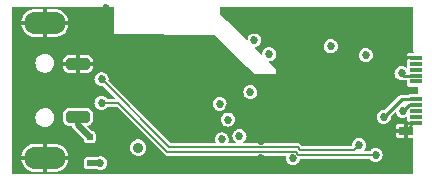
<source format=gbr>
%TF.GenerationSoftware,KiCad,Pcbnew,(6.0.7)*%
%TF.CreationDate,2023-03-08T16:51:48-08:00*%
%TF.ProjectId,ESP_SoC,4553505f-536f-4432-9e6b-696361645f70,rev?*%
%TF.SameCoordinates,Original*%
%TF.FileFunction,Copper,L4,Bot*%
%TF.FilePolarity,Positive*%
%FSLAX46Y46*%
G04 Gerber Fmt 4.6, Leading zero omitted, Abs format (unit mm)*
G04 Created by KiCad (PCBNEW (6.0.7)) date 2023-03-08 16:51:48*
%MOMM*%
%LPD*%
G01*
G04 APERTURE LIST*
G04 Aperture macros list*
%AMRoundRect*
0 Rectangle with rounded corners*
0 $1 Rounding radius*
0 $2 $3 $4 $5 $6 $7 $8 $9 X,Y pos of 4 corners*
0 Add a 4 corners polygon primitive as box body*
4,1,4,$2,$3,$4,$5,$6,$7,$8,$9,$2,$3,0*
0 Add four circle primitives for the rounded corners*
1,1,$1+$1,$2,$3*
1,1,$1+$1,$4,$5*
1,1,$1+$1,$6,$7*
1,1,$1+$1,$8,$9*
0 Add four rect primitives between the rounded corners*
20,1,$1+$1,$2,$3,$4,$5,0*
20,1,$1+$1,$4,$5,$6,$7,0*
20,1,$1+$1,$6,$7,$8,$9,0*
20,1,$1+$1,$8,$9,$2,$3,0*%
G04 Aperture macros list end*
%TA.AperFunction,ComponentPad*%
%ADD10O,3.500000X1.900000*%
%TD*%
%TA.AperFunction,SMDPad,CuDef*%
%ADD11R,1.000000X0.380000*%
%TD*%
%TA.AperFunction,SMDPad,CuDef*%
%ADD12R,1.150000X0.700000*%
%TD*%
%TA.AperFunction,SMDPad,CuDef*%
%ADD13R,0.500000X0.500000*%
%TD*%
%TA.AperFunction,SMDPad,CuDef*%
%ADD14RoundRect,0.250000X-0.750000X0.250000X-0.750000X-0.250000X0.750000X-0.250000X0.750000X0.250000X0*%
%TD*%
%TA.AperFunction,ViaPad*%
%ADD15C,0.685800*%
%TD*%
%TA.AperFunction,ViaPad*%
%ADD16C,0.889000*%
%TD*%
%TA.AperFunction,Conductor*%
%ADD17C,0.154200*%
%TD*%
%TA.AperFunction,Conductor*%
%ADD18C,0.508000*%
%TD*%
%TA.AperFunction,Conductor*%
%ADD19C,0.152400*%
%TD*%
%TA.AperFunction,Conductor*%
%ADD20C,0.254000*%
%TD*%
G04 APERTURE END LIST*
D10*
%TO.P,J1,5,Shield*%
%TO.N,GND*%
X101600000Y-104450000D03*
X101600000Y-93050000D03*
%TD*%
D11*
%TO.P,P1,B1,GND*%
%TO.N,GND*%
X133010000Y-101500000D03*
%TO.P,P1,B2,TX2+*%
%TO.N,unconnected-(P1-PadB2)*%
X133010000Y-101000000D03*
%TO.P,P1,B3,TX2-*%
%TO.N,unconnected-(P1-PadB3)*%
X133010000Y-100500000D03*
%TO.P,P1,B4,VBUS*%
%TO.N,Net-(P1-PadA4)*%
X133010000Y-100000000D03*
%TO.P,P1,B5,VCONN*%
%TO.N,Net-(P1-PadB5)*%
X133010000Y-99500000D03*
%TO.P,P1,B8,SBU2*%
%TO.N,unconnected-(P1-PadB8)*%
X133010000Y-98000000D03*
%TO.P,P1,B9,VBUS*%
%TO.N,Net-(P1-PadA4)*%
X133010000Y-97500000D03*
%TO.P,P1,B10,RX1-*%
%TO.N,unconnected-(P1-PadB10)*%
X133010000Y-97000000D03*
%TO.P,P1,B11,RX1+*%
%TO.N,unconnected-(P1-PadB11)*%
X133010000Y-96500000D03*
%TO.P,P1,B12,GND*%
%TO.N,GND*%
X133010000Y-96000000D03*
D12*
%TO.P,P1,S1,SHIELD*%
X132170000Y-102170000D03*
%TD*%
D13*
%TO.P,D3,1,K*%
%TO.N,+5V*%
X105400000Y-104900000D03*
%TO.P,D3,2,A*%
%TO.N,+BATT*%
X105400000Y-102700000D03*
%TD*%
D14*
%TO.P,J2,1,Pin_1*%
%TO.N,+BATT*%
X104400000Y-101000000D03*
%TD*%
%TO.P,J3,1,Pin_1*%
%TO.N,GND*%
X104400000Y-96500000D03*
%TD*%
D15*
%TO.N,+3V3*%
X125800000Y-95000000D03*
X118079000Y-102621000D03*
X116400000Y-99900000D03*
X119337156Y-94518432D03*
X122600000Y-104500000D03*
X116580000Y-102900000D03*
X119000000Y-98900000D03*
X120600000Y-95700000D03*
X117100000Y-101226500D03*
%TO.N,GND*%
X117700000Y-92800000D03*
X106800000Y-92700000D03*
X117178019Y-100133500D03*
X104700000Y-104500000D03*
D16*
X122750000Y-98500000D03*
D15*
X130400000Y-94500000D03*
X127400000Y-94500000D03*
X106800000Y-91800000D03*
X112800000Y-94500000D03*
D16*
X124000000Y-99750000D03*
D15*
X106800000Y-93600000D03*
X107800000Y-94500000D03*
D16*
X122750000Y-101000000D03*
D15*
X107700000Y-101100000D03*
X117400000Y-96100000D03*
X130400000Y-92300000D03*
X127400000Y-92300000D03*
X113000000Y-97800000D03*
X115300000Y-99900000D03*
D16*
X124000000Y-98500000D03*
D15*
X113800000Y-94500000D03*
X117000000Y-92100000D03*
X109800000Y-94500000D03*
X119875000Y-104499500D03*
X114800000Y-94500000D03*
D16*
X124000000Y-101000000D03*
D15*
X118800000Y-97400000D03*
X108800000Y-94500000D03*
D16*
X125250000Y-98500000D03*
D15*
X106800000Y-94500000D03*
D16*
X122750000Y-99750000D03*
X125250000Y-101000000D03*
D15*
X111800000Y-94500000D03*
X129750000Y-98750000D03*
X118400000Y-93500000D03*
D16*
X125250000Y-99750000D03*
D15*
X108800000Y-97800000D03*
X113000000Y-101100000D03*
X116700000Y-95400000D03*
X110800000Y-94500000D03*
X119875000Y-103000000D03*
X130700000Y-103800000D03*
%TO.N,+5V*%
X106300000Y-104900000D03*
%TO.N,USB_D-*%
X106400000Y-99800000D03*
X129600000Y-104200000D03*
%TO.N,USB_D+*%
X128200000Y-103400000D03*
X106400000Y-97800000D03*
%TO.N,Net-(P1-PadB5)*%
X130300000Y-101000000D03*
%TO.N,Net-(P1-PadA4)*%
X128775000Y-95775000D03*
X131800000Y-97300000D03*
D16*
X109500000Y-103600000D03*
D15*
X131900000Y-100500000D03*
%TD*%
D17*
%TO.N,GND*%
X133010000Y-101500000D02*
X132840000Y-101500000D01*
X132840000Y-101500000D02*
X132170000Y-102170000D01*
D18*
%TO.N,+5V*%
X105400000Y-104900000D02*
X106300000Y-104900000D01*
D19*
%TO.N,USB_D-*%
X123072303Y-104200000D02*
X129600000Y-104200000D01*
X122826203Y-103953900D02*
X123072303Y-104200000D01*
X106400000Y-99800000D02*
X107825263Y-99800000D01*
X107825263Y-99800000D02*
X111979163Y-103953900D01*
X111979163Y-103953900D02*
X122826203Y-103953900D01*
%TO.N,USB_D+*%
X106400000Y-97800000D02*
X112147519Y-103547519D01*
X123240613Y-103793600D02*
X127806400Y-103793600D01*
X112147519Y-103547519D02*
X122994532Y-103547519D01*
X122994532Y-103547519D02*
X123240613Y-103793600D01*
X127806400Y-103793600D02*
X128200000Y-103400000D01*
D20*
%TO.N,Net-(P1-PadB5)*%
X130300000Y-101000000D02*
X131800000Y-99500000D01*
X131800000Y-99500000D02*
X133010000Y-99500000D01*
D18*
%TO.N,+BATT*%
X104400000Y-101000000D02*
X104400000Y-101700000D01*
X104400000Y-101700000D02*
X105400000Y-102700000D01*
D20*
%TO.N,Net-(P1-PadA4)*%
X133010000Y-100000000D02*
X132400000Y-100000000D01*
X131800000Y-97300000D02*
X132000000Y-97500000D01*
X132400000Y-100000000D02*
X131900000Y-100500000D01*
X132000000Y-97500000D02*
X133010000Y-97500000D01*
%TD*%
%TA.AperFunction,Conductor*%
%TO.N,GND*%
G36*
X107425459Y-91655333D02*
G01*
X107430292Y-91667017D01*
X107427956Y-93940306D01*
X107427896Y-93998552D01*
X107431154Y-93998572D01*
X107431155Y-93998572D01*
X115943296Y-94049960D01*
X115954777Y-94054707D01*
X118693566Y-96753219D01*
X119350000Y-97400000D01*
X121200000Y-97400000D01*
X121200000Y-96949990D01*
X120559860Y-96323187D01*
X120554905Y-96311572D01*
X120559615Y-96299854D01*
X120571230Y-96294899D01*
X120573558Y-96295039D01*
X120598929Y-96298379D01*
X120600000Y-96298520D01*
X120601071Y-96298379D01*
X120753840Y-96278267D01*
X120753843Y-96278266D01*
X120754908Y-96278126D01*
X120809755Y-96255408D01*
X120898256Y-96218750D01*
X120898257Y-96218750D01*
X120899260Y-96218334D01*
X120900120Y-96217674D01*
X120900122Y-96217673D01*
X121022363Y-96123874D01*
X121023218Y-96123218D01*
X121060123Y-96075122D01*
X121117673Y-96000122D01*
X121117674Y-96000120D01*
X121118334Y-95999260D01*
X121137063Y-95954045D01*
X121177713Y-95855905D01*
X121178126Y-95854908D01*
X121180995Y-95833121D01*
X121188646Y-95775000D01*
X128176480Y-95775000D01*
X128176621Y-95776071D01*
X128195784Y-95921625D01*
X128196874Y-95929908D01*
X128256666Y-96074260D01*
X128257326Y-96075120D01*
X128257327Y-96075122D01*
X128300011Y-96130749D01*
X128351782Y-96198218D01*
X128358176Y-96203124D01*
X128474878Y-96292673D01*
X128474880Y-96292674D01*
X128475740Y-96293334D01*
X128620092Y-96353126D01*
X128621157Y-96353266D01*
X128621160Y-96353267D01*
X128773929Y-96373379D01*
X128775000Y-96373520D01*
X128776071Y-96373379D01*
X128928840Y-96353267D01*
X128928843Y-96353266D01*
X128929908Y-96353126D01*
X129074260Y-96293334D01*
X129075120Y-96292674D01*
X129075122Y-96292673D01*
X129191824Y-96203124D01*
X129198218Y-96198218D01*
X129249989Y-96130749D01*
X129292673Y-96075122D01*
X129292674Y-96075120D01*
X129293334Y-96074260D01*
X129353126Y-95929908D01*
X129354217Y-95921625D01*
X129373379Y-95776071D01*
X129373520Y-95775000D01*
X129370229Y-95750000D01*
X129353267Y-95621160D01*
X129353266Y-95621157D01*
X129353126Y-95620092D01*
X129293334Y-95475740D01*
X129273200Y-95449500D01*
X129198874Y-95352637D01*
X129198218Y-95351782D01*
X129129770Y-95299260D01*
X129075122Y-95257327D01*
X129075120Y-95257326D01*
X129074260Y-95256666D01*
X128929908Y-95196874D01*
X128928843Y-95196734D01*
X128928840Y-95196733D01*
X128776071Y-95176621D01*
X128775000Y-95176480D01*
X128773929Y-95176621D01*
X128621160Y-95196733D01*
X128621157Y-95196734D01*
X128620092Y-95196874D01*
X128475740Y-95256666D01*
X128474880Y-95257326D01*
X128474878Y-95257327D01*
X128420230Y-95299260D01*
X128351782Y-95351782D01*
X128351126Y-95352637D01*
X128276801Y-95449500D01*
X128256666Y-95475740D01*
X128196874Y-95620092D01*
X128196734Y-95621157D01*
X128196733Y-95621160D01*
X128179771Y-95750000D01*
X128176480Y-95775000D01*
X121188646Y-95775000D01*
X121198379Y-95701071D01*
X121198520Y-95700000D01*
X121194163Y-95666907D01*
X121178267Y-95546160D01*
X121178266Y-95546157D01*
X121178126Y-95545092D01*
X121138531Y-95449500D01*
X121118750Y-95401744D01*
X121118750Y-95401743D01*
X121118334Y-95400740D01*
X121100057Y-95376920D01*
X121023874Y-95277637D01*
X121023218Y-95276782D01*
X120918896Y-95196733D01*
X120900122Y-95182327D01*
X120900120Y-95182326D01*
X120899260Y-95181666D01*
X120832082Y-95153840D01*
X120755905Y-95122287D01*
X120754908Y-95121874D01*
X120753843Y-95121734D01*
X120753840Y-95121733D01*
X120601071Y-95101621D01*
X120600000Y-95101480D01*
X120598929Y-95101621D01*
X120446160Y-95121733D01*
X120446157Y-95121734D01*
X120445092Y-95121874D01*
X120444095Y-95122287D01*
X120367919Y-95153840D01*
X120300740Y-95181666D01*
X120299880Y-95182326D01*
X120299878Y-95182327D01*
X120281104Y-95196733D01*
X120176782Y-95276782D01*
X120176126Y-95277637D01*
X120099944Y-95376920D01*
X120081666Y-95400740D01*
X120081250Y-95401743D01*
X120081250Y-95401744D01*
X120061469Y-95449500D01*
X120021874Y-95545092D01*
X120021734Y-95546157D01*
X120021733Y-95546160D01*
X120005837Y-95666907D01*
X120001480Y-95700000D01*
X120001621Y-95701071D01*
X120006796Y-95740379D01*
X120003527Y-95752578D01*
X119992591Y-95758892D01*
X119980392Y-95755623D01*
X119978893Y-95754322D01*
X119513123Y-95298256D01*
X119353278Y-95141741D01*
X119348323Y-95130126D01*
X119353033Y-95118408D01*
X119362667Y-95113593D01*
X119416496Y-95106507D01*
X119490996Y-95096699D01*
X119490999Y-95096698D01*
X119492064Y-95096558D01*
X119636416Y-95036766D01*
X119637276Y-95036106D01*
X119637278Y-95036105D01*
X119684331Y-95000000D01*
X125201480Y-95000000D01*
X125201621Y-95001071D01*
X125220141Y-95141741D01*
X125221874Y-95154908D01*
X125222287Y-95155905D01*
X125272710Y-95277637D01*
X125281666Y-95299260D01*
X125376782Y-95423218D01*
X125377637Y-95423874D01*
X125499878Y-95517673D01*
X125499880Y-95517674D01*
X125500740Y-95518334D01*
X125501743Y-95518750D01*
X125501744Y-95518750D01*
X125578780Y-95550659D01*
X125645092Y-95578126D01*
X125646157Y-95578266D01*
X125646160Y-95578267D01*
X125798929Y-95598379D01*
X125800000Y-95598520D01*
X125801071Y-95598379D01*
X125953840Y-95578267D01*
X125953843Y-95578266D01*
X125954908Y-95578126D01*
X126021220Y-95550659D01*
X126098256Y-95518750D01*
X126098257Y-95518750D01*
X126099260Y-95518334D01*
X126100120Y-95517674D01*
X126100122Y-95517673D01*
X126222363Y-95423874D01*
X126223218Y-95423218D01*
X126318334Y-95299260D01*
X126327291Y-95277637D01*
X126377713Y-95155905D01*
X126378126Y-95154908D01*
X126379860Y-95141741D01*
X126398379Y-95001071D01*
X126398520Y-95000000D01*
X126398361Y-94998794D01*
X126378267Y-94846160D01*
X126378266Y-94846157D01*
X126378126Y-94845092D01*
X126318334Y-94700740D01*
X126298075Y-94674337D01*
X126223874Y-94577637D01*
X126223218Y-94576782D01*
X126179299Y-94543082D01*
X126100122Y-94482327D01*
X126100120Y-94482326D01*
X126099260Y-94481666D01*
X125954908Y-94421874D01*
X125953843Y-94421734D01*
X125953840Y-94421733D01*
X125801071Y-94401621D01*
X125800000Y-94401480D01*
X125798929Y-94401621D01*
X125646160Y-94421733D01*
X125646157Y-94421734D01*
X125645092Y-94421874D01*
X125500740Y-94481666D01*
X125499880Y-94482326D01*
X125499878Y-94482327D01*
X125420701Y-94543082D01*
X125376782Y-94576782D01*
X125376126Y-94577637D01*
X125301926Y-94674337D01*
X125281666Y-94700740D01*
X125221874Y-94845092D01*
X125221734Y-94846157D01*
X125221733Y-94846160D01*
X125201639Y-94998794D01*
X125201480Y-95000000D01*
X119684331Y-95000000D01*
X119759519Y-94942306D01*
X119760374Y-94941650D01*
X119833646Y-94846160D01*
X119854829Y-94818554D01*
X119854830Y-94818552D01*
X119855490Y-94817692D01*
X119915282Y-94673340D01*
X119928081Y-94576126D01*
X119935535Y-94519503D01*
X119935676Y-94518432D01*
X119930781Y-94481250D01*
X119915423Y-94364592D01*
X119915422Y-94364589D01*
X119915282Y-94363524D01*
X119867861Y-94249038D01*
X119855906Y-94220176D01*
X119855906Y-94220175D01*
X119855490Y-94219172D01*
X119760374Y-94095214D01*
X119701398Y-94049960D01*
X119637278Y-94000759D01*
X119637276Y-94000758D01*
X119636416Y-94000098D01*
X119624763Y-93995271D01*
X119505929Y-93946049D01*
X119492064Y-93940306D01*
X119490999Y-93940166D01*
X119490996Y-93940165D01*
X119338227Y-93920053D01*
X119337156Y-93919912D01*
X119336085Y-93920053D01*
X119183316Y-93940165D01*
X119183313Y-93940166D01*
X119182248Y-93940306D01*
X119168383Y-93946049D01*
X119049550Y-93995271D01*
X119037896Y-94000098D01*
X119037036Y-94000758D01*
X119037034Y-94000759D01*
X118972914Y-94049960D01*
X118913938Y-94095214D01*
X118818822Y-94219172D01*
X118818406Y-94220175D01*
X118818406Y-94220176D01*
X118806451Y-94249038D01*
X118759030Y-94363524D01*
X118758890Y-94364589D01*
X118758889Y-94364592D01*
X118740442Y-94504716D01*
X118734128Y-94515652D01*
X118721929Y-94518921D01*
X118712539Y-94514351D01*
X117037537Y-92874245D01*
X116404956Y-92254843D01*
X116400000Y-92243054D01*
X116400000Y-91667000D01*
X116404833Y-91655333D01*
X116416500Y-91650500D01*
X132783000Y-91650500D01*
X132794667Y-91655333D01*
X132799500Y-91667000D01*
X132799500Y-95373701D01*
X132799183Y-95376919D01*
X132794592Y-95400000D01*
X132794909Y-95401594D01*
X132797744Y-95415847D01*
X132797957Y-95417218D01*
X132809907Y-95523273D01*
X132815078Y-95538050D01*
X132814370Y-95550659D01*
X132804954Y-95559074D01*
X132799504Y-95560000D01*
X132486191Y-95560000D01*
X132484577Y-95560159D01*
X132414050Y-95574188D01*
X132411102Y-95575409D01*
X132331110Y-95628858D01*
X132328858Y-95631110D01*
X132275409Y-95711102D01*
X132274188Y-95714050D01*
X132260159Y-95784577D01*
X132260000Y-95786191D01*
X132260000Y-95821717D01*
X132260962Y-95824038D01*
X132263283Y-95825000D01*
X132989642Y-95825000D01*
X133001309Y-95829833D01*
X133004597Y-95833121D01*
X133005385Y-95833616D01*
X133108854Y-95898630D01*
X133108856Y-95898631D01*
X133109636Y-95899121D01*
X133173951Y-95921626D01*
X133183366Y-95930040D01*
X133185000Y-95937199D01*
X133185000Y-96043000D01*
X133180167Y-96054667D01*
X133168500Y-96059500D01*
X132485326Y-96059500D01*
X132412260Y-96074034D01*
X132329399Y-96129399D01*
X132328497Y-96130749D01*
X132303830Y-96167667D01*
X132293330Y-96174683D01*
X132290111Y-96175000D01*
X132263283Y-96175000D01*
X132260962Y-96175962D01*
X132260000Y-96178283D01*
X132260000Y-96213809D01*
X132260159Y-96215423D01*
X132266142Y-96245499D01*
X132266142Y-96251935D01*
X132259500Y-96285326D01*
X132259500Y-96714674D01*
X132259659Y-96715473D01*
X132265887Y-96746781D01*
X132265887Y-96753217D01*
X132259500Y-96785326D01*
X132259500Y-96875458D01*
X132254667Y-96887125D01*
X132243000Y-96891958D01*
X132231333Y-96887125D01*
X132229910Y-96885503D01*
X132223874Y-96877637D01*
X132223218Y-96876782D01*
X132128257Y-96803916D01*
X132100122Y-96782327D01*
X132100120Y-96782326D01*
X132099260Y-96781666D01*
X131954908Y-96721874D01*
X131953843Y-96721734D01*
X131953840Y-96721733D01*
X131801071Y-96701621D01*
X131800000Y-96701480D01*
X131798929Y-96701621D01*
X131646160Y-96721733D01*
X131646157Y-96721734D01*
X131645092Y-96721874D01*
X131500740Y-96781666D01*
X131499880Y-96782326D01*
X131499878Y-96782327D01*
X131471743Y-96803916D01*
X131376782Y-96876782D01*
X131376126Y-96877637D01*
X131288774Y-96991477D01*
X131281666Y-97000740D01*
X131221874Y-97145092D01*
X131221734Y-97146157D01*
X131221733Y-97146160D01*
X131207997Y-97250500D01*
X131201480Y-97300000D01*
X131201621Y-97301071D01*
X131214519Y-97399038D01*
X131221874Y-97454908D01*
X131281666Y-97599260D01*
X131282326Y-97600120D01*
X131282327Y-97600122D01*
X131364331Y-97706991D01*
X131376782Y-97723218D01*
X131377637Y-97723874D01*
X131499878Y-97817673D01*
X131499880Y-97817674D01*
X131500740Y-97818334D01*
X131645092Y-97878126D01*
X131646157Y-97878266D01*
X131646160Y-97878267D01*
X131798929Y-97898379D01*
X131800000Y-97898520D01*
X131801071Y-97898379D01*
X131946157Y-97879279D01*
X131950375Y-97879268D01*
X131950732Y-97879313D01*
X131952033Y-97879702D01*
X131953390Y-97879649D01*
X131953393Y-97879649D01*
X132007746Y-97877513D01*
X132008394Y-97877500D01*
X132243000Y-97877500D01*
X132254667Y-97882333D01*
X132259500Y-97894000D01*
X132259500Y-98214674D01*
X132274034Y-98287740D01*
X132329399Y-98370601D01*
X132412260Y-98425966D01*
X132485326Y-98440500D01*
X133183500Y-98440500D01*
X133195167Y-98445333D01*
X133200000Y-98457000D01*
X133200000Y-99043000D01*
X133195167Y-99054667D01*
X133183500Y-99059500D01*
X132485326Y-99059500D01*
X132412260Y-99074034D01*
X132410907Y-99074938D01*
X132343886Y-99119719D01*
X132334719Y-99122500D01*
X131842054Y-99122500D01*
X131838581Y-99122130D01*
X131827383Y-99119719D01*
X131818029Y-99117705D01*
X131816676Y-99117865D01*
X131816673Y-99117865D01*
X131778481Y-99122386D01*
X131776542Y-99122500D01*
X131768638Y-99122500D01*
X131767966Y-99122612D01*
X131767964Y-99122612D01*
X131759154Y-99124078D01*
X131747162Y-99126074D01*
X131746413Y-99126181D01*
X131693225Y-99132477D01*
X131687134Y-99135402D01*
X131682703Y-99136803D01*
X131678842Y-99137446D01*
X131677375Y-99137690D01*
X131677374Y-99137690D01*
X131676030Y-99137914D01*
X131674831Y-99138561D01*
X131628888Y-99163351D01*
X131628194Y-99163704D01*
X131579934Y-99186878D01*
X131575684Y-99190450D01*
X131573899Y-99192235D01*
X131570067Y-99195089D01*
X131566630Y-99196943D01*
X131566628Y-99196944D01*
X131565428Y-99197592D01*
X131564500Y-99198596D01*
X131527578Y-99238538D01*
X131527129Y-99239005D01*
X130362886Y-100403248D01*
X130351219Y-100408081D01*
X130349067Y-100407940D01*
X130300000Y-100401480D01*
X130298929Y-100401621D01*
X130146160Y-100421733D01*
X130146157Y-100421734D01*
X130145092Y-100421874D01*
X130000740Y-100481666D01*
X129999880Y-100482326D01*
X129999878Y-100482327D01*
X129905384Y-100554835D01*
X129876782Y-100576782D01*
X129876126Y-100577637D01*
X129785239Y-100696084D01*
X129781666Y-100700740D01*
X129781250Y-100701743D01*
X129781250Y-100701744D01*
X129779070Y-100707007D01*
X129721874Y-100845092D01*
X129721734Y-100846157D01*
X129721733Y-100846160D01*
X129709002Y-100942867D01*
X129701480Y-101000000D01*
X129721874Y-101154908D01*
X129722287Y-101155905D01*
X129780886Y-101297376D01*
X129781666Y-101299260D01*
X129782326Y-101300120D01*
X129782327Y-101300122D01*
X129827926Y-101359548D01*
X129876782Y-101423218D01*
X129877637Y-101423874D01*
X129999878Y-101517673D01*
X129999880Y-101517674D01*
X130000740Y-101518334D01*
X130001743Y-101518750D01*
X130001744Y-101518750D01*
X130075982Y-101549500D01*
X130145092Y-101578126D01*
X130146157Y-101578266D01*
X130146160Y-101578267D01*
X130298929Y-101598379D01*
X130300000Y-101598520D01*
X130301071Y-101598379D01*
X130453840Y-101578267D01*
X130453843Y-101578266D01*
X130454908Y-101578126D01*
X130524018Y-101549500D01*
X130598256Y-101518750D01*
X130598257Y-101518750D01*
X130599260Y-101518334D01*
X130600120Y-101517674D01*
X130600122Y-101517673D01*
X130722363Y-101423874D01*
X130723218Y-101423218D01*
X130772074Y-101359548D01*
X130817673Y-101300122D01*
X130817674Y-101300120D01*
X130818334Y-101299260D01*
X130819115Y-101297376D01*
X130877713Y-101155905D01*
X130878126Y-101154908D01*
X130898520Y-101000000D01*
X130892060Y-100950934D01*
X130895329Y-100938736D01*
X130896752Y-100937113D01*
X131281589Y-100552277D01*
X131293256Y-100547444D01*
X131304923Y-100552277D01*
X131309615Y-100561790D01*
X131321014Y-100648374D01*
X131321874Y-100654908D01*
X131322287Y-100655905D01*
X131343128Y-100706219D01*
X131381666Y-100799260D01*
X131382326Y-100800120D01*
X131382327Y-100800122D01*
X131432249Y-100865181D01*
X131476782Y-100923218D01*
X131477637Y-100923874D01*
X131599878Y-101017673D01*
X131599880Y-101017674D01*
X131600740Y-101018334D01*
X131601743Y-101018750D01*
X131601744Y-101018750D01*
X131665828Y-101045294D01*
X131745092Y-101078126D01*
X131746157Y-101078266D01*
X131746160Y-101078267D01*
X131898929Y-101098379D01*
X131900000Y-101098520D01*
X131901071Y-101098379D01*
X132053840Y-101078267D01*
X132053843Y-101078266D01*
X132054908Y-101078126D01*
X132134172Y-101045294D01*
X132198256Y-101018750D01*
X132198257Y-101018750D01*
X132199260Y-101018334D01*
X132200120Y-101017674D01*
X132200122Y-101017673D01*
X132232955Y-100992479D01*
X132245154Y-100989210D01*
X132256090Y-100995524D01*
X132259500Y-101005569D01*
X132259500Y-101214674D01*
X132265452Y-101244592D01*
X132266142Y-101248063D01*
X132266142Y-101254501D01*
X132260159Y-101284577D01*
X132260000Y-101286191D01*
X132260000Y-101321717D01*
X132260962Y-101324038D01*
X132263283Y-101325000D01*
X132290111Y-101325000D01*
X132301778Y-101329833D01*
X132303828Y-101332330D01*
X132329399Y-101370601D01*
X132412260Y-101425966D01*
X132485326Y-101440500D01*
X133168500Y-101440500D01*
X133180167Y-101445333D01*
X133185000Y-101457000D01*
X133185000Y-101562801D01*
X133180167Y-101574468D01*
X133173952Y-101578374D01*
X133109636Y-101600879D01*
X133108856Y-101601369D01*
X133108854Y-101601370D01*
X133073996Y-101623273D01*
X133004597Y-101666879D01*
X133001309Y-101670167D01*
X132989642Y-101675000D01*
X132348283Y-101675000D01*
X132345962Y-101675962D01*
X132345000Y-101678283D01*
X132345000Y-102766717D01*
X132345962Y-102769038D01*
X132348283Y-102770000D01*
X132768809Y-102770000D01*
X132770425Y-102769841D01*
X132779782Y-102767980D01*
X132792167Y-102770444D01*
X132799183Y-102780945D01*
X132799500Y-102784163D01*
X132799500Y-105833000D01*
X132794667Y-105844667D01*
X132783000Y-105849500D01*
X98817000Y-105849500D01*
X98805333Y-105844667D01*
X98800500Y-105833000D01*
X98800500Y-104627320D01*
X99612796Y-104627320D01*
X99635795Y-104761170D01*
X99636185Y-104762622D01*
X99711994Y-104968115D01*
X99712646Y-104969480D01*
X99824628Y-105157706D01*
X99825525Y-105158940D01*
X99969933Y-105323605D01*
X99971032Y-105324648D01*
X100143041Y-105460249D01*
X100144302Y-105461068D01*
X100338146Y-105563054D01*
X100339532Y-105563628D01*
X100548720Y-105628583D01*
X100550182Y-105628894D01*
X100728021Y-105649943D01*
X100728998Y-105650000D01*
X101421717Y-105650000D01*
X101424038Y-105649038D01*
X101425000Y-105646717D01*
X101775000Y-105646717D01*
X101775962Y-105649038D01*
X101778283Y-105650000D01*
X102455569Y-105650000D01*
X102456327Y-105649965D01*
X102618871Y-105635030D01*
X102620343Y-105634757D01*
X102831165Y-105575299D01*
X102832558Y-105574764D01*
X103029007Y-105477886D01*
X103030288Y-105477101D01*
X103205788Y-105346049D01*
X103206914Y-105345034D01*
X103355588Y-105184200D01*
X103356505Y-105183006D01*
X103473387Y-104997759D01*
X103474069Y-104996419D01*
X103484939Y-104969173D01*
X104895028Y-104969173D01*
X104895350Y-104970299D01*
X104895350Y-104970300D01*
X104898865Y-104982598D01*
X104899500Y-104987132D01*
X104899500Y-105174674D01*
X104914034Y-105247740D01*
X104969399Y-105330601D01*
X105052260Y-105385966D01*
X105125326Y-105400500D01*
X105333727Y-105400500D01*
X105336266Y-105400696D01*
X105360072Y-105404403D01*
X105360076Y-105404403D01*
X105360697Y-105404500D01*
X105977110Y-105404500D01*
X105987154Y-105407910D01*
X105999874Y-105417671D01*
X105999882Y-105417676D01*
X106000740Y-105418334D01*
X106145092Y-105478126D01*
X106146157Y-105478266D01*
X106146160Y-105478267D01*
X106298929Y-105498379D01*
X106300000Y-105498520D01*
X106301071Y-105498379D01*
X106453840Y-105478267D01*
X106453843Y-105478266D01*
X106454908Y-105478126D01*
X106599260Y-105418334D01*
X106600120Y-105417674D01*
X106600122Y-105417673D01*
X106722363Y-105323874D01*
X106723218Y-105323218D01*
X106818334Y-105199260D01*
X106860062Y-105098520D01*
X106877713Y-105055905D01*
X106878126Y-105054908D01*
X106882887Y-105018750D01*
X106898379Y-104901071D01*
X106898520Y-104900000D01*
X106887326Y-104814973D01*
X106878267Y-104746160D01*
X106878266Y-104746157D01*
X106878126Y-104745092D01*
X106828781Y-104625962D01*
X106818750Y-104601744D01*
X106818750Y-104601743D01*
X106818334Y-104600740D01*
X106772530Y-104541046D01*
X106723874Y-104477637D01*
X106723218Y-104476782D01*
X106622502Y-104399500D01*
X106600122Y-104382327D01*
X106600120Y-104382326D01*
X106599260Y-104381666D01*
X106532082Y-104353840D01*
X106455905Y-104322287D01*
X106454908Y-104321874D01*
X106453843Y-104321734D01*
X106453840Y-104321733D01*
X106301071Y-104301621D01*
X106300000Y-104301480D01*
X106298929Y-104301621D01*
X106146160Y-104321733D01*
X106146157Y-104321734D01*
X106145092Y-104321874D01*
X106144095Y-104322287D01*
X106067919Y-104353840D01*
X106000740Y-104381666D01*
X105999882Y-104382324D01*
X105999874Y-104382329D01*
X105987154Y-104392090D01*
X105977110Y-104395500D01*
X105363774Y-104395500D01*
X105337572Y-104399252D01*
X105337010Y-104399333D01*
X105334671Y-104399500D01*
X105125326Y-104399500D01*
X105052260Y-104414034D01*
X104969399Y-104469399D01*
X104914034Y-104552260D01*
X104899500Y-104625326D01*
X104899500Y-104810245D01*
X104898808Y-104814973D01*
X104895910Y-104824663D01*
X104895028Y-104969173D01*
X103484939Y-104969173D01*
X103555230Y-104792987D01*
X103555661Y-104791533D01*
X103588147Y-104628219D01*
X103587656Y-104625755D01*
X103586527Y-104625000D01*
X101778283Y-104625000D01*
X101775962Y-104625962D01*
X101775000Y-104628283D01*
X101775000Y-105646717D01*
X101425000Y-105646717D01*
X101425000Y-104628283D01*
X101424038Y-104625962D01*
X101421717Y-104625000D01*
X99615680Y-104625000D01*
X99613359Y-104625962D01*
X99612796Y-104627320D01*
X98800500Y-104627320D01*
X98800500Y-104271781D01*
X99611853Y-104271781D01*
X99612344Y-104274245D01*
X99613473Y-104275000D01*
X101421717Y-104275000D01*
X101424038Y-104274038D01*
X101425000Y-104271717D01*
X101775000Y-104271717D01*
X101775962Y-104274038D01*
X101778283Y-104275000D01*
X103584320Y-104275000D01*
X103586641Y-104274038D01*
X103587204Y-104272680D01*
X103564205Y-104138830D01*
X103563815Y-104137378D01*
X103488006Y-103931885D01*
X103487354Y-103930520D01*
X103375372Y-103742294D01*
X103374475Y-103741060D01*
X103244339Y-103592669D01*
X108799933Y-103592669D01*
X108800042Y-103593657D01*
X108800042Y-103593659D01*
X108800906Y-103601480D01*
X108818393Y-103759870D01*
X108876202Y-103917841D01*
X108970024Y-104057463D01*
X108970758Y-104058131D01*
X108970759Y-104058132D01*
X109032233Y-104114069D01*
X109094442Y-104170675D01*
X109242274Y-104250941D01*
X109243230Y-104251192D01*
X109243233Y-104251193D01*
X109404026Y-104293377D01*
X109404031Y-104293378D01*
X109404985Y-104293628D01*
X109405972Y-104293644D01*
X109405976Y-104293644D01*
X109495574Y-104295051D01*
X109573181Y-104296270D01*
X109670249Y-104274038D01*
X109736188Y-104258936D01*
X109736190Y-104258935D01*
X109737152Y-104258715D01*
X109738032Y-104258273D01*
X109738036Y-104258271D01*
X109886547Y-104183577D01*
X109886546Y-104183577D01*
X109887432Y-104183132D01*
X110015345Y-104073884D01*
X110113507Y-103937278D01*
X110176250Y-103781201D01*
X110179286Y-103759870D01*
X110199875Y-103615197D01*
X110199875Y-103615195D01*
X110199951Y-103614662D01*
X110200105Y-103600000D01*
X110179896Y-103433002D01*
X110120436Y-103275644D01*
X110098444Y-103243645D01*
X110025722Y-103137833D01*
X110025719Y-103137829D01*
X110025157Y-103137012D01*
X110019925Y-103132350D01*
X109900303Y-103025772D01*
X109900304Y-103025772D01*
X109899559Y-103025109D01*
X109890854Y-103020500D01*
X109751776Y-102946862D01*
X109751773Y-102946861D01*
X109750895Y-102946396D01*
X109749932Y-102946154D01*
X109749929Y-102946153D01*
X109588710Y-102905658D01*
X109588709Y-102905658D01*
X109587746Y-102905416D01*
X109497994Y-102904946D01*
X109420521Y-102904540D01*
X109420520Y-102904540D01*
X109419532Y-102904535D01*
X109418571Y-102904766D01*
X109418569Y-102904766D01*
X109415862Y-102905416D01*
X109255963Y-102943804D01*
X109106483Y-103020957D01*
X109016014Y-103099878D01*
X108982343Y-103129251D01*
X108979721Y-103131538D01*
X108882995Y-103269165D01*
X108882633Y-103270094D01*
X108823057Y-103422899D01*
X108821890Y-103425891D01*
X108799933Y-103592669D01*
X103244339Y-103592669D01*
X103230067Y-103576395D01*
X103228968Y-103575352D01*
X103056959Y-103439751D01*
X103055698Y-103438932D01*
X102861854Y-103336946D01*
X102860468Y-103336372D01*
X102651280Y-103271417D01*
X102649818Y-103271106D01*
X102471979Y-103250057D01*
X102471002Y-103250000D01*
X101778283Y-103250000D01*
X101775962Y-103250962D01*
X101775000Y-103253283D01*
X101775000Y-104271717D01*
X101425000Y-104271717D01*
X101425000Y-103253283D01*
X101424038Y-103250962D01*
X101421717Y-103250000D01*
X100744431Y-103250000D01*
X100743673Y-103250035D01*
X100581129Y-103264970D01*
X100579657Y-103265243D01*
X100368835Y-103324701D01*
X100367442Y-103325236D01*
X100170993Y-103422114D01*
X100169712Y-103422899D01*
X99994212Y-103553951D01*
X99993086Y-103554966D01*
X99844412Y-103715800D01*
X99843495Y-103716994D01*
X99726613Y-103902241D01*
X99725931Y-103903581D01*
X99644770Y-104107013D01*
X99644339Y-104108467D01*
X99611853Y-104271781D01*
X98800500Y-104271781D01*
X98800500Y-101044376D01*
X100794455Y-101044376D01*
X100813227Y-101222983D01*
X100813524Y-101223855D01*
X100867499Y-101382405D01*
X100871103Y-101392993D01*
X100965206Y-101545955D01*
X100965854Y-101546617D01*
X100965855Y-101546618D01*
X100991967Y-101573283D01*
X101090859Y-101674268D01*
X101119643Y-101692818D01*
X101233165Y-101765978D01*
X101241817Y-101771554D01*
X101305072Y-101794577D01*
X101409714Y-101832664D01*
X101409718Y-101832665D01*
X101410578Y-101832978D01*
X101549283Y-101850500D01*
X101645155Y-101850500D01*
X101645606Y-101850449D01*
X101645613Y-101850449D01*
X101732242Y-101840732D01*
X101778472Y-101835546D01*
X101867263Y-101804626D01*
X101947204Y-101776788D01*
X101947207Y-101776787D01*
X101948073Y-101776485D01*
X101989658Y-101750500D01*
X102099596Y-101681803D01*
X102099597Y-101681802D01*
X102100375Y-101681316D01*
X102101029Y-101680667D01*
X102227151Y-101555422D01*
X102227153Y-101555419D01*
X102227807Y-101554770D01*
X102324037Y-101403136D01*
X102373569Y-101264034D01*
X102383972Y-101234819D01*
X102383972Y-101234818D01*
X102384281Y-101233951D01*
X102405545Y-101055624D01*
X102386773Y-100877017D01*
X102360596Y-100800122D01*
X102329195Y-100707881D01*
X102329193Y-100707877D01*
X102328897Y-100707007D01*
X102326480Y-100703079D01*
X103149500Y-100703079D01*
X103149501Y-101001071D01*
X103149501Y-101297376D01*
X103149548Y-101297806D01*
X103149548Y-101297811D01*
X103149799Y-101300122D01*
X103156149Y-101358580D01*
X103206474Y-101492824D01*
X103207181Y-101493768D01*
X103207182Y-101493769D01*
X103252314Y-101553988D01*
X103292454Y-101607546D01*
X103293396Y-101608252D01*
X103383741Y-101675962D01*
X103407176Y-101693526D01*
X103541420Y-101743851D01*
X103602623Y-101750500D01*
X103882115Y-101750500D01*
X103893782Y-101755333D01*
X103898583Y-101765978D01*
X103900902Y-101803359D01*
X103901302Y-101804466D01*
X103901302Y-101804468D01*
X103907311Y-101821114D01*
X103908124Y-101824376D01*
X103910799Y-101843052D01*
X103911286Y-101844124D01*
X103911287Y-101844126D01*
X103932037Y-101889764D01*
X103932537Y-101890990D01*
X103949972Y-101939284D01*
X103950666Y-101940234D01*
X103961105Y-101954523D01*
X103962802Y-101957427D01*
X103970125Y-101973535D01*
X103970127Y-101973538D01*
X103970612Y-101974605D01*
X103971378Y-101975494D01*
X104004116Y-102013488D01*
X104004939Y-102014526D01*
X104015093Y-102028425D01*
X104015099Y-102028432D01*
X104015473Y-102028944D01*
X104029205Y-102042676D01*
X104030038Y-102043572D01*
X104064944Y-102084082D01*
X104079590Y-102093575D01*
X104082283Y-102095754D01*
X104894667Y-102908137D01*
X104899500Y-102919804D01*
X104899500Y-102974674D01*
X104914034Y-103047740D01*
X104969399Y-103130601D01*
X105052260Y-103185966D01*
X105125326Y-103200500D01*
X105326283Y-103200500D01*
X105327505Y-103200545D01*
X105339689Y-103201450D01*
X105433493Y-103208421D01*
X105433495Y-103208421D01*
X105434667Y-103208508D01*
X105435819Y-103208262D01*
X105435821Y-103208262D01*
X105470476Y-103200864D01*
X105473921Y-103200500D01*
X105674674Y-103200500D01*
X105747740Y-103185966D01*
X105830601Y-103130601D01*
X105885966Y-103047740D01*
X105900500Y-102974674D01*
X105900500Y-102776072D01*
X105900907Y-102772430D01*
X105904944Y-102754591D01*
X105908047Y-102740877D01*
X105900532Y-102619755D01*
X105900500Y-102618733D01*
X105900500Y-102425326D01*
X105885966Y-102352260D01*
X105830601Y-102269399D01*
X105747740Y-102214034D01*
X105674674Y-102199500D01*
X105619805Y-102199500D01*
X105608138Y-102194667D01*
X105191595Y-101778124D01*
X105186762Y-101766457D01*
X105191595Y-101754790D01*
X105201479Y-101750053D01*
X105258580Y-101743851D01*
X105392824Y-101693526D01*
X105416260Y-101675962D01*
X105506604Y-101608252D01*
X105507546Y-101607546D01*
X105547686Y-101553988D01*
X105592818Y-101493769D01*
X105592819Y-101493768D01*
X105593526Y-101492824D01*
X105643851Y-101358580D01*
X105650500Y-101297377D01*
X105650500Y-101000000D01*
X105650499Y-100703067D01*
X105650499Y-100702624D01*
X105650404Y-100701744D01*
X105643962Y-100642446D01*
X105643851Y-100641420D01*
X105593526Y-100507176D01*
X105574096Y-100481250D01*
X105508252Y-100393396D01*
X105507546Y-100392454D01*
X105506604Y-100391748D01*
X105393769Y-100307182D01*
X105393768Y-100307181D01*
X105392824Y-100306474D01*
X105258580Y-100256149D01*
X105197377Y-100249500D01*
X105196921Y-100249500D01*
X104388470Y-100249501D01*
X103602624Y-100249501D01*
X103602194Y-100249548D01*
X103602189Y-100249548D01*
X103580691Y-100251883D01*
X103541420Y-100256149D01*
X103407176Y-100306474D01*
X103406232Y-100307181D01*
X103406231Y-100307182D01*
X103293396Y-100391748D01*
X103292454Y-100392454D01*
X103291748Y-100393396D01*
X103225905Y-100481250D01*
X103206474Y-100507176D01*
X103156149Y-100641420D01*
X103149500Y-100702623D01*
X103149500Y-100703079D01*
X102326480Y-100703079D01*
X102234794Y-100554045D01*
X102109141Y-100425732D01*
X101958183Y-100328446D01*
X101839712Y-100285326D01*
X101790286Y-100267336D01*
X101790282Y-100267335D01*
X101789422Y-100267022D01*
X101650717Y-100249500D01*
X101554845Y-100249500D01*
X101554394Y-100249551D01*
X101554387Y-100249551D01*
X101467758Y-100259268D01*
X101421528Y-100264454D01*
X101347789Y-100290132D01*
X101252796Y-100323212D01*
X101252793Y-100323213D01*
X101251927Y-100323515D01*
X101251150Y-100324001D01*
X101251149Y-100324001D01*
X101124328Y-100403248D01*
X101099625Y-100418684D01*
X101098973Y-100419331D01*
X101098971Y-100419333D01*
X100972849Y-100544578D01*
X100972847Y-100544581D01*
X100972193Y-100545230D01*
X100875963Y-100696864D01*
X100815719Y-100866049D01*
X100794455Y-101044376D01*
X98800500Y-101044376D01*
X98800500Y-99800000D01*
X105801480Y-99800000D01*
X105821874Y-99954908D01*
X105881666Y-100099260D01*
X105882326Y-100100120D01*
X105882327Y-100100122D01*
X105906430Y-100131533D01*
X105976782Y-100223218D01*
X105977637Y-100223874D01*
X106099878Y-100317673D01*
X106099880Y-100317674D01*
X106100740Y-100318334D01*
X106101743Y-100318750D01*
X106101744Y-100318750D01*
X106126367Y-100328949D01*
X106245092Y-100378126D01*
X106246157Y-100378266D01*
X106246160Y-100378267D01*
X106398929Y-100398379D01*
X106400000Y-100398520D01*
X106401071Y-100398379D01*
X106553840Y-100378267D01*
X106553843Y-100378266D01*
X106554908Y-100378126D01*
X106673633Y-100328949D01*
X106698256Y-100318750D01*
X106698257Y-100318750D01*
X106699260Y-100318334D01*
X106700120Y-100317674D01*
X106700122Y-100317673D01*
X106822363Y-100223874D01*
X106823218Y-100223218D01*
X106892326Y-100133155D01*
X106903262Y-100126841D01*
X106905416Y-100126700D01*
X107683105Y-100126700D01*
X107694772Y-100131533D01*
X111737553Y-104174314D01*
X111738526Y-104175375D01*
X111765925Y-104208028D01*
X111802728Y-104229277D01*
X111802833Y-104229337D01*
X111804047Y-104230110D01*
X111838964Y-104254559D01*
X111850965Y-104257774D01*
X111854943Y-104259423D01*
X111865701Y-104265634D01*
X111867124Y-104265885D01*
X111872715Y-104266871D01*
X111907680Y-104273036D01*
X111909060Y-104273341D01*
X111950250Y-104284378D01*
X111992710Y-104280663D01*
X111994148Y-104280600D01*
X122023893Y-104280600D01*
X122035560Y-104285433D01*
X122040393Y-104297100D01*
X122039137Y-104303414D01*
X122021874Y-104345092D01*
X122021734Y-104346157D01*
X122021733Y-104346160D01*
X122005627Y-104468497D01*
X122001480Y-104500000D01*
X122001621Y-104501071D01*
X122018369Y-104628283D01*
X122021874Y-104654908D01*
X122081666Y-104799260D01*
X122176782Y-104923218D01*
X122177637Y-104923874D01*
X122299878Y-105017673D01*
X122299880Y-105017674D01*
X122300740Y-105018334D01*
X122445092Y-105078126D01*
X122446157Y-105078266D01*
X122446160Y-105078267D01*
X122598929Y-105098379D01*
X122600000Y-105098520D01*
X122601071Y-105098379D01*
X122753840Y-105078267D01*
X122753843Y-105078266D01*
X122754908Y-105078126D01*
X122899260Y-105018334D01*
X122900120Y-105017674D01*
X122900122Y-105017673D01*
X123022363Y-104923874D01*
X123023218Y-104923218D01*
X123118334Y-104799260D01*
X123178126Y-104654908D01*
X123181632Y-104628283D01*
X123193116Y-104541046D01*
X123199430Y-104530110D01*
X123209475Y-104526700D01*
X129094584Y-104526700D01*
X129106251Y-104531533D01*
X129107674Y-104533155D01*
X129176782Y-104623218D01*
X129183383Y-104628283D01*
X129299878Y-104717673D01*
X129299880Y-104717674D01*
X129300740Y-104718334D01*
X129301743Y-104718750D01*
X129301744Y-104718750D01*
X129404156Y-104761170D01*
X129445092Y-104778126D01*
X129446157Y-104778266D01*
X129446160Y-104778267D01*
X129598929Y-104798379D01*
X129600000Y-104798520D01*
X129601071Y-104798379D01*
X129753840Y-104778267D01*
X129753843Y-104778266D01*
X129754908Y-104778126D01*
X129795844Y-104761170D01*
X129898256Y-104718750D01*
X129898257Y-104718750D01*
X129899260Y-104718334D01*
X129900120Y-104717674D01*
X129900122Y-104717673D01*
X130016617Y-104628283D01*
X130023218Y-104623218D01*
X130097279Y-104526700D01*
X130117673Y-104500122D01*
X130117674Y-104500120D01*
X130118334Y-104499260D01*
X130127291Y-104477637D01*
X130177713Y-104355905D01*
X130178126Y-104354908D01*
X130179419Y-104345092D01*
X130198379Y-104201071D01*
X130198520Y-104200000D01*
X130190276Y-104137378D01*
X130178267Y-104046160D01*
X130178266Y-104046157D01*
X130178126Y-104045092D01*
X130125760Y-103918667D01*
X130118750Y-103901744D01*
X130118750Y-103901743D01*
X130118334Y-103900740D01*
X130097171Y-103873159D01*
X130023874Y-103777637D01*
X130023218Y-103776782D01*
X129945301Y-103716994D01*
X129900122Y-103682327D01*
X129900120Y-103682326D01*
X129899260Y-103681666D01*
X129754908Y-103621874D01*
X129753843Y-103621734D01*
X129753840Y-103621733D01*
X129601071Y-103601621D01*
X129600000Y-103601480D01*
X129598929Y-103601621D01*
X129446160Y-103621733D01*
X129446157Y-103621734D01*
X129445092Y-103621874D01*
X129300740Y-103681666D01*
X129299880Y-103682326D01*
X129299878Y-103682327D01*
X129254699Y-103716994D01*
X129176782Y-103776782D01*
X129176126Y-103777637D01*
X129107674Y-103866845D01*
X129096738Y-103873159D01*
X129094584Y-103873300D01*
X128606557Y-103873300D01*
X128594890Y-103868467D01*
X128590057Y-103856800D01*
X128594890Y-103845133D01*
X128596513Y-103843710D01*
X128622359Y-103823878D01*
X128622363Y-103823874D01*
X128623218Y-103823218D01*
X128656218Y-103780211D01*
X128717673Y-103700122D01*
X128717674Y-103700120D01*
X128718334Y-103699260D01*
X128778126Y-103554908D01*
X128789713Y-103466900D01*
X128798379Y-103401071D01*
X128798520Y-103400000D01*
X128788607Y-103324701D01*
X128778267Y-103246160D01*
X128778266Y-103246157D01*
X128778126Y-103245092D01*
X128718334Y-103100740D01*
X128682347Y-103053840D01*
X128623874Y-102977637D01*
X128623218Y-102976782D01*
X128583618Y-102946396D01*
X128500122Y-102882327D01*
X128500120Y-102882326D01*
X128499260Y-102881666D01*
X128354908Y-102821874D01*
X128353843Y-102821734D01*
X128353840Y-102821733D01*
X128201071Y-102801621D01*
X128200000Y-102801480D01*
X128198929Y-102801621D01*
X128046160Y-102821733D01*
X128046157Y-102821734D01*
X128045092Y-102821874D01*
X127900740Y-102881666D01*
X127899880Y-102882326D01*
X127899878Y-102882327D01*
X127816382Y-102946396D01*
X127776782Y-102976782D01*
X127776126Y-102977637D01*
X127717654Y-103053840D01*
X127681666Y-103100740D01*
X127621874Y-103245092D01*
X127621734Y-103246157D01*
X127621733Y-103246160D01*
X127611393Y-103324701D01*
X127601480Y-103400000D01*
X127601621Y-103401071D01*
X127607832Y-103448246D01*
X127604563Y-103460444D01*
X127593627Y-103466759D01*
X127591473Y-103466900D01*
X123382771Y-103466900D01*
X123371104Y-103462067D01*
X123236142Y-103327105D01*
X123235169Y-103326044D01*
X123208699Y-103294498D01*
X123207770Y-103293391D01*
X123170862Y-103272082D01*
X123169648Y-103271309D01*
X123140589Y-103250962D01*
X123134731Y-103246860D01*
X123122730Y-103243645D01*
X123118751Y-103241996D01*
X123109246Y-103236508D01*
X123109247Y-103236508D01*
X123107994Y-103235785D01*
X123066030Y-103228385D01*
X123064623Y-103228074D01*
X123024838Y-103217414D01*
X123023446Y-103217041D01*
X122981608Y-103220702D01*
X122980986Y-103220756D01*
X122979548Y-103220819D01*
X118264487Y-103220819D01*
X118252820Y-103215986D01*
X118247987Y-103204319D01*
X118252820Y-103192652D01*
X118258173Y-103189075D01*
X118267862Y-103185062D01*
X118378260Y-103139334D01*
X118379120Y-103138674D01*
X118379122Y-103138673D01*
X118501363Y-103044874D01*
X118502218Y-103044218D01*
X118576922Y-102946862D01*
X118596673Y-102921122D01*
X118596674Y-102921120D01*
X118597334Y-102920260D01*
X118602356Y-102908137D01*
X118656713Y-102776905D01*
X118657126Y-102775908D01*
X118657846Y-102770444D01*
X118677379Y-102622071D01*
X118677520Y-102621000D01*
X118667358Y-102543809D01*
X131345000Y-102543809D01*
X131345159Y-102545423D01*
X131359188Y-102615950D01*
X131360409Y-102618898D01*
X131413858Y-102698890D01*
X131416110Y-102701142D01*
X131496102Y-102754591D01*
X131499050Y-102755812D01*
X131569577Y-102769841D01*
X131571191Y-102770000D01*
X131991717Y-102770000D01*
X131994038Y-102769038D01*
X131995000Y-102766717D01*
X131995000Y-102348283D01*
X131994038Y-102345962D01*
X131991717Y-102345000D01*
X131348283Y-102345000D01*
X131345962Y-102345962D01*
X131345000Y-102348283D01*
X131345000Y-102543809D01*
X118667358Y-102543809D01*
X118658646Y-102477637D01*
X118657267Y-102467160D01*
X118657266Y-102467157D01*
X118657126Y-102466092D01*
X118597334Y-102321740D01*
X118581897Y-102301621D01*
X118502874Y-102198637D01*
X118502218Y-102197782D01*
X118485991Y-102185331D01*
X118379122Y-102103327D01*
X118379120Y-102103326D01*
X118378260Y-102102666D01*
X118358599Y-102094522D01*
X118234905Y-102043287D01*
X118233908Y-102042874D01*
X118232843Y-102042734D01*
X118232840Y-102042733D01*
X118080071Y-102022621D01*
X118079000Y-102022480D01*
X118077929Y-102022621D01*
X117925160Y-102042733D01*
X117925157Y-102042734D01*
X117924092Y-102042874D01*
X117923095Y-102043287D01*
X117799402Y-102094522D01*
X117779740Y-102102666D01*
X117778880Y-102103326D01*
X117778878Y-102103327D01*
X117672009Y-102185331D01*
X117655782Y-102197782D01*
X117655126Y-102198637D01*
X117576104Y-102301621D01*
X117560666Y-102321740D01*
X117500874Y-102466092D01*
X117500734Y-102467157D01*
X117500733Y-102467160D01*
X117499354Y-102477637D01*
X117480480Y-102621000D01*
X117480621Y-102622071D01*
X117500155Y-102770444D01*
X117500874Y-102775908D01*
X117501287Y-102776905D01*
X117555645Y-102908137D01*
X117560666Y-102920260D01*
X117561326Y-102921120D01*
X117561327Y-102921122D01*
X117581078Y-102946862D01*
X117655782Y-103044218D01*
X117656637Y-103044874D01*
X117778878Y-103138673D01*
X117778880Y-103138674D01*
X117779740Y-103139334D01*
X117890139Y-103185062D01*
X117899827Y-103189075D01*
X117908757Y-103198005D01*
X117908757Y-103210633D01*
X117899827Y-103219563D01*
X117893513Y-103220819D01*
X117114098Y-103220819D01*
X117102431Y-103215986D01*
X117097598Y-103204319D01*
X117098854Y-103198005D01*
X117157713Y-103055905D01*
X117158126Y-103054908D01*
X117159534Y-103044218D01*
X117178379Y-102901071D01*
X117178520Y-102900000D01*
X117162846Y-102780945D01*
X117158267Y-102746160D01*
X117158266Y-102746157D01*
X117158126Y-102745092D01*
X117146046Y-102715928D01*
X117098750Y-102601744D01*
X117098750Y-102601743D01*
X117098334Y-102600740D01*
X117054650Y-102543809D01*
X117003874Y-102477637D01*
X117003218Y-102476782D01*
X116935118Y-102424527D01*
X116880122Y-102382327D01*
X116880120Y-102382326D01*
X116879260Y-102381666D01*
X116734908Y-102321874D01*
X116733843Y-102321734D01*
X116733840Y-102321733D01*
X116581071Y-102301621D01*
X116580000Y-102301480D01*
X116578929Y-102301621D01*
X116426160Y-102321733D01*
X116426157Y-102321734D01*
X116425092Y-102321874D01*
X116280740Y-102381666D01*
X116279880Y-102382326D01*
X116279878Y-102382327D01*
X116224882Y-102424527D01*
X116156782Y-102476782D01*
X116156126Y-102477637D01*
X116105351Y-102543809D01*
X116061666Y-102600740D01*
X116061250Y-102601743D01*
X116061250Y-102601744D01*
X116013954Y-102715928D01*
X116001874Y-102745092D01*
X116001734Y-102746157D01*
X116001733Y-102746160D01*
X115997154Y-102780945D01*
X115981480Y-102900000D01*
X115981621Y-102901071D01*
X116000467Y-103044218D01*
X116001874Y-103054908D01*
X116002287Y-103055905D01*
X116061146Y-103198005D01*
X116061146Y-103210633D01*
X116052216Y-103219563D01*
X116045902Y-103220819D01*
X112289676Y-103220819D01*
X112278009Y-103215986D01*
X111053741Y-101991717D01*
X131345000Y-101991717D01*
X131345962Y-101994038D01*
X131348283Y-101995000D01*
X131991717Y-101995000D01*
X131994038Y-101994038D01*
X131995000Y-101991717D01*
X131995000Y-101573283D01*
X131994038Y-101570962D01*
X131991717Y-101570000D01*
X131571191Y-101570000D01*
X131569577Y-101570159D01*
X131499050Y-101584188D01*
X131496102Y-101585409D01*
X131416110Y-101638858D01*
X131413858Y-101641110D01*
X131360409Y-101721102D01*
X131359188Y-101724050D01*
X131345159Y-101794577D01*
X131345000Y-101796191D01*
X131345000Y-101991717D01*
X111053741Y-101991717D01*
X110288524Y-101226500D01*
X116501480Y-101226500D01*
X116501621Y-101227571D01*
X116520274Y-101369251D01*
X116521874Y-101381408D01*
X116522287Y-101382405D01*
X116568024Y-101492824D01*
X116581666Y-101525760D01*
X116582326Y-101526620D01*
X116582327Y-101526622D01*
X116644422Y-101607546D01*
X116676782Y-101649718D01*
X116677637Y-101650374D01*
X116799878Y-101744173D01*
X116799880Y-101744174D01*
X116800740Y-101744834D01*
X116801743Y-101745250D01*
X116801744Y-101745250D01*
X116852943Y-101766457D01*
X116945092Y-101804626D01*
X116946157Y-101804766D01*
X116946160Y-101804767D01*
X117098929Y-101824879D01*
X117100000Y-101825020D01*
X117101071Y-101824879D01*
X117253840Y-101804767D01*
X117253843Y-101804766D01*
X117254908Y-101804626D01*
X117347057Y-101766457D01*
X117398256Y-101745250D01*
X117398257Y-101745250D01*
X117399260Y-101744834D01*
X117400120Y-101744174D01*
X117400122Y-101744173D01*
X117522363Y-101650374D01*
X117523218Y-101649718D01*
X117555578Y-101607546D01*
X117617673Y-101526622D01*
X117617674Y-101526620D01*
X117618334Y-101525760D01*
X117631977Y-101492824D01*
X117677713Y-101382405D01*
X117678126Y-101381408D01*
X117679727Y-101369251D01*
X117698379Y-101227571D01*
X117698520Y-101226500D01*
X117679005Y-101078267D01*
X117678267Y-101072660D01*
X117678266Y-101072657D01*
X117678126Y-101071592D01*
X117623096Y-100938736D01*
X117618750Y-100928244D01*
X117618750Y-100928243D01*
X117618334Y-100927240D01*
X117615752Y-100923874D01*
X117523874Y-100804137D01*
X117523218Y-100803282D01*
X117499817Y-100785326D01*
X117400122Y-100708827D01*
X117400120Y-100708826D01*
X117399260Y-100708166D01*
X117394560Y-100706219D01*
X117255905Y-100648787D01*
X117254908Y-100648374D01*
X117253843Y-100648234D01*
X117253840Y-100648233D01*
X117101071Y-100628121D01*
X117100000Y-100627980D01*
X117098929Y-100628121D01*
X116946160Y-100648233D01*
X116946157Y-100648234D01*
X116945092Y-100648374D01*
X116944095Y-100648787D01*
X116805441Y-100706219D01*
X116800740Y-100708166D01*
X116799880Y-100708826D01*
X116799878Y-100708827D01*
X116700183Y-100785326D01*
X116676782Y-100803282D01*
X116676126Y-100804137D01*
X116584249Y-100923874D01*
X116581666Y-100927240D01*
X116581250Y-100928243D01*
X116581250Y-100928244D01*
X116576904Y-100938736D01*
X116521874Y-101071592D01*
X116521734Y-101072657D01*
X116521733Y-101072660D01*
X116520995Y-101078267D01*
X116501480Y-101226500D01*
X110288524Y-101226500D01*
X108962024Y-99900000D01*
X115801480Y-99900000D01*
X115821874Y-100054908D01*
X115881666Y-100199260D01*
X115882326Y-100200120D01*
X115882327Y-100200122D01*
X115963616Y-100306060D01*
X115976782Y-100323218D01*
X115983182Y-100328129D01*
X116099878Y-100417673D01*
X116099880Y-100417674D01*
X116100740Y-100418334D01*
X116101743Y-100418750D01*
X116101744Y-100418750D01*
X116120196Y-100426393D01*
X116245092Y-100478126D01*
X116246157Y-100478266D01*
X116246160Y-100478267D01*
X116398929Y-100498379D01*
X116400000Y-100498520D01*
X116401071Y-100498379D01*
X116553840Y-100478267D01*
X116553843Y-100478266D01*
X116554908Y-100478126D01*
X116679804Y-100426393D01*
X116698256Y-100418750D01*
X116698257Y-100418750D01*
X116699260Y-100418334D01*
X116700120Y-100417674D01*
X116700122Y-100417673D01*
X116816818Y-100328129D01*
X116823218Y-100323218D01*
X116836384Y-100306060D01*
X116917673Y-100200122D01*
X116917674Y-100200120D01*
X116918334Y-100199260D01*
X116978126Y-100054908D01*
X116998520Y-99900000D01*
X116983423Y-99785326D01*
X116978267Y-99746160D01*
X116978266Y-99746157D01*
X116978126Y-99745092D01*
X116918334Y-99600740D01*
X116823218Y-99476782D01*
X116747047Y-99418334D01*
X116700122Y-99382327D01*
X116700120Y-99382326D01*
X116699260Y-99381666D01*
X116554908Y-99321874D01*
X116553843Y-99321734D01*
X116553840Y-99321733D01*
X116401071Y-99301621D01*
X116400000Y-99301480D01*
X116398929Y-99301621D01*
X116246160Y-99321733D01*
X116246157Y-99321734D01*
X116245092Y-99321874D01*
X116100740Y-99381666D01*
X116099880Y-99382326D01*
X116099878Y-99382327D01*
X116052953Y-99418334D01*
X115976782Y-99476782D01*
X115881666Y-99600740D01*
X115821874Y-99745092D01*
X115821734Y-99746157D01*
X115821733Y-99746160D01*
X115816577Y-99785326D01*
X115801480Y-99900000D01*
X108962024Y-99900000D01*
X107962024Y-98900000D01*
X118401480Y-98900000D01*
X118421874Y-99054908D01*
X118422287Y-99055905D01*
X118478125Y-99190710D01*
X118481666Y-99199260D01*
X118482326Y-99200120D01*
X118482327Y-99200122D01*
X118560102Y-99301480D01*
X118576782Y-99323218D01*
X118577637Y-99323874D01*
X118699878Y-99417673D01*
X118699880Y-99417674D01*
X118700740Y-99418334D01*
X118845092Y-99478126D01*
X118846157Y-99478266D01*
X118846160Y-99478267D01*
X118998929Y-99498379D01*
X119000000Y-99498520D01*
X119001071Y-99498379D01*
X119153840Y-99478267D01*
X119153843Y-99478266D01*
X119154908Y-99478126D01*
X119299260Y-99418334D01*
X119300120Y-99417674D01*
X119300122Y-99417673D01*
X119422363Y-99323874D01*
X119423218Y-99323218D01*
X119439898Y-99301480D01*
X119517673Y-99200122D01*
X119517674Y-99200120D01*
X119518334Y-99199260D01*
X119521876Y-99190710D01*
X119577713Y-99055905D01*
X119578126Y-99054908D01*
X119598520Y-98900000D01*
X119578126Y-98745092D01*
X119518334Y-98600740D01*
X119423218Y-98476782D01*
X119321041Y-98398379D01*
X119300122Y-98382327D01*
X119300120Y-98382326D01*
X119299260Y-98381666D01*
X119272547Y-98370601D01*
X119155905Y-98322287D01*
X119154908Y-98321874D01*
X119153843Y-98321734D01*
X119153840Y-98321733D01*
X119001071Y-98301621D01*
X119000000Y-98301480D01*
X118998929Y-98301621D01*
X118846160Y-98321733D01*
X118846157Y-98321734D01*
X118845092Y-98321874D01*
X118844095Y-98322287D01*
X118727454Y-98370601D01*
X118700740Y-98381666D01*
X118699880Y-98382326D01*
X118699878Y-98382327D01*
X118678959Y-98398379D01*
X118576782Y-98476782D01*
X118481666Y-98600740D01*
X118421874Y-98745092D01*
X118401480Y-98900000D01*
X107962024Y-98900000D01*
X106988395Y-97926371D01*
X106983562Y-97914704D01*
X106983703Y-97912550D01*
X106998379Y-97801071D01*
X106998520Y-97800000D01*
X106996588Y-97785326D01*
X106978267Y-97646160D01*
X106978266Y-97646157D01*
X106978126Y-97645092D01*
X106918334Y-97500740D01*
X106882347Y-97453840D01*
X106823874Y-97377637D01*
X106823218Y-97376782D01*
X106806991Y-97364331D01*
X106700122Y-97282327D01*
X106700120Y-97282326D01*
X106699260Y-97281666D01*
X106623864Y-97250436D01*
X106555905Y-97222287D01*
X106554908Y-97221874D01*
X106553843Y-97221734D01*
X106553840Y-97221733D01*
X106401071Y-97201621D01*
X106400000Y-97201480D01*
X106398929Y-97201621D01*
X106246160Y-97221733D01*
X106246157Y-97221734D01*
X106245092Y-97221874D01*
X106244095Y-97222287D01*
X106176137Y-97250436D01*
X106100740Y-97281666D01*
X106099880Y-97282326D01*
X106099878Y-97282327D01*
X105993009Y-97364331D01*
X105976782Y-97376782D01*
X105976126Y-97377637D01*
X105917654Y-97453840D01*
X105881666Y-97500740D01*
X105821874Y-97645092D01*
X105821734Y-97646157D01*
X105821733Y-97646160D01*
X105803412Y-97785326D01*
X105801480Y-97800000D01*
X105801621Y-97801071D01*
X105817360Y-97920617D01*
X105821874Y-97954908D01*
X105881666Y-98099260D01*
X105976782Y-98223218D01*
X105977637Y-98223874D01*
X106099878Y-98317673D01*
X106099880Y-98317674D01*
X106100740Y-98318334D01*
X106245092Y-98378126D01*
X106246157Y-98378266D01*
X106246160Y-98378267D01*
X106398929Y-98398379D01*
X106400000Y-98398520D01*
X106512550Y-98383703D01*
X106524749Y-98386972D01*
X106526371Y-98388395D01*
X107583109Y-99445133D01*
X107587942Y-99456800D01*
X107583109Y-99468467D01*
X107571442Y-99473300D01*
X106905416Y-99473300D01*
X106893749Y-99468467D01*
X106892326Y-99466845D01*
X106823874Y-99377637D01*
X106823218Y-99376782D01*
X106752298Y-99322363D01*
X106700122Y-99282327D01*
X106700120Y-99282326D01*
X106699260Y-99281666D01*
X106554908Y-99221874D01*
X106553843Y-99221734D01*
X106553840Y-99221733D01*
X106401071Y-99201621D01*
X106400000Y-99201480D01*
X106398929Y-99201621D01*
X106246160Y-99221733D01*
X106246157Y-99221734D01*
X106245092Y-99221874D01*
X106100740Y-99281666D01*
X106099880Y-99282326D01*
X106099878Y-99282327D01*
X106047702Y-99322363D01*
X105976782Y-99376782D01*
X105976126Y-99377637D01*
X105883478Y-99498379D01*
X105881666Y-99500740D01*
X105821874Y-99645092D01*
X105821734Y-99646157D01*
X105821733Y-99646160D01*
X105803412Y-99785326D01*
X105801480Y-99800000D01*
X98800500Y-99800000D01*
X98800500Y-96444376D01*
X100794455Y-96444376D01*
X100813227Y-96622983D01*
X100813524Y-96623855D01*
X100844164Y-96713859D01*
X100871103Y-96792993D01*
X100965206Y-96945955D01*
X100965854Y-96946617D01*
X100965855Y-96946618D01*
X100969157Y-96949990D01*
X101090859Y-97074268D01*
X101241817Y-97171554D01*
X101299022Y-97192375D01*
X101409714Y-97232664D01*
X101409718Y-97232665D01*
X101410578Y-97232978D01*
X101549283Y-97250500D01*
X101645155Y-97250500D01*
X101645606Y-97250449D01*
X101645613Y-97250449D01*
X101732242Y-97240732D01*
X101778472Y-97235546D01*
X101902443Y-97192375D01*
X101947204Y-97176788D01*
X101947207Y-97176787D01*
X101948073Y-97176485D01*
X101996603Y-97146160D01*
X102099596Y-97081803D01*
X102099597Y-97081802D01*
X102100375Y-97081316D01*
X102106968Y-97074769D01*
X102227151Y-96955422D01*
X102227153Y-96955419D01*
X102227807Y-96954770D01*
X102324037Y-96803136D01*
X102326266Y-96796876D01*
X103150000Y-96796876D01*
X103150050Y-96797790D01*
X103156530Y-96857440D01*
X103157006Y-96859442D01*
X103206503Y-96991477D01*
X103207625Y-96993526D01*
X103292105Y-97106247D01*
X103293753Y-97107895D01*
X103406474Y-97192375D01*
X103408523Y-97193497D01*
X103540558Y-97242994D01*
X103542560Y-97243470D01*
X103602210Y-97249950D01*
X103603124Y-97250000D01*
X104221717Y-97250000D01*
X104224038Y-97249038D01*
X104225000Y-97246717D01*
X104575000Y-97246717D01*
X104575962Y-97249038D01*
X104578283Y-97250000D01*
X105196876Y-97250000D01*
X105197790Y-97249950D01*
X105257440Y-97243470D01*
X105259442Y-97242994D01*
X105391477Y-97193497D01*
X105393526Y-97192375D01*
X105506247Y-97107895D01*
X105507895Y-97106247D01*
X105592375Y-96993526D01*
X105593497Y-96991477D01*
X105642994Y-96859442D01*
X105643470Y-96857440D01*
X105649950Y-96797790D01*
X105650000Y-96796876D01*
X105650000Y-96678283D01*
X105649038Y-96675962D01*
X105646717Y-96675000D01*
X104578283Y-96675000D01*
X104575962Y-96675962D01*
X104575000Y-96678283D01*
X104575000Y-97246717D01*
X104225000Y-97246717D01*
X104225000Y-96678283D01*
X104224038Y-96675962D01*
X104221717Y-96675000D01*
X103153283Y-96675000D01*
X103150962Y-96675962D01*
X103150000Y-96678283D01*
X103150000Y-96796876D01*
X102326266Y-96796876D01*
X102384281Y-96633951D01*
X102405545Y-96455624D01*
X102391471Y-96321717D01*
X103150000Y-96321717D01*
X103150962Y-96324038D01*
X103153283Y-96325000D01*
X104221717Y-96325000D01*
X104224038Y-96324038D01*
X104225000Y-96321717D01*
X104575000Y-96321717D01*
X104575962Y-96324038D01*
X104578283Y-96325000D01*
X105646717Y-96325000D01*
X105649038Y-96324038D01*
X105650000Y-96321717D01*
X105650000Y-96203124D01*
X105649950Y-96202210D01*
X105643470Y-96142560D01*
X105642994Y-96140558D01*
X105593497Y-96008523D01*
X105592375Y-96006474D01*
X105507895Y-95893753D01*
X105506247Y-95892105D01*
X105393526Y-95807625D01*
X105391477Y-95806503D01*
X105259442Y-95757006D01*
X105257440Y-95756530D01*
X105197790Y-95750050D01*
X105196876Y-95750000D01*
X104578283Y-95750000D01*
X104575962Y-95750962D01*
X104575000Y-95753283D01*
X104575000Y-96321717D01*
X104225000Y-96321717D01*
X104225000Y-95753283D01*
X104224038Y-95750962D01*
X104221717Y-95750000D01*
X103603124Y-95750000D01*
X103602210Y-95750050D01*
X103542560Y-95756530D01*
X103540558Y-95757006D01*
X103408523Y-95806503D01*
X103406474Y-95807625D01*
X103293753Y-95892105D01*
X103292105Y-95893753D01*
X103207625Y-96006474D01*
X103206503Y-96008523D01*
X103157006Y-96140558D01*
X103156530Y-96142560D01*
X103150050Y-96202210D01*
X103150000Y-96203124D01*
X103150000Y-96321717D01*
X102391471Y-96321717D01*
X102386773Y-96277017D01*
X102359657Y-96197363D01*
X102329195Y-96107881D01*
X102329193Y-96107877D01*
X102328897Y-96107007D01*
X102234794Y-95954045D01*
X102231323Y-95950500D01*
X102136666Y-95853840D01*
X102109141Y-95825732D01*
X102005426Y-95758892D01*
X101958964Y-95728949D01*
X101958962Y-95728948D01*
X101958183Y-95728446D01*
X101877086Y-95698929D01*
X101790286Y-95667336D01*
X101790282Y-95667335D01*
X101789422Y-95667022D01*
X101650717Y-95649500D01*
X101554845Y-95649500D01*
X101554394Y-95649551D01*
X101554387Y-95649551D01*
X101467758Y-95659268D01*
X101421528Y-95664454D01*
X101347789Y-95690132D01*
X101252796Y-95723212D01*
X101252793Y-95723213D01*
X101251927Y-95723515D01*
X101251150Y-95724001D01*
X101251149Y-95724001D01*
X101119119Y-95806503D01*
X101099625Y-95818684D01*
X101098973Y-95819331D01*
X101098971Y-95819333D01*
X100972849Y-95944578D01*
X100972847Y-95944581D01*
X100972193Y-95945230D01*
X100875963Y-96096864D01*
X100875654Y-96097732D01*
X100823037Y-96245499D01*
X100815719Y-96266049D01*
X100794455Y-96444376D01*
X98800500Y-96444376D01*
X98800500Y-93227320D01*
X99612796Y-93227320D01*
X99635795Y-93361170D01*
X99636185Y-93362622D01*
X99711994Y-93568115D01*
X99712646Y-93569480D01*
X99824628Y-93757706D01*
X99825525Y-93758940D01*
X99969933Y-93923605D01*
X99971032Y-93924648D01*
X100143041Y-94060249D01*
X100144302Y-94061068D01*
X100338146Y-94163054D01*
X100339532Y-94163628D01*
X100548720Y-94228583D01*
X100550182Y-94228894D01*
X100728021Y-94249943D01*
X100728998Y-94250000D01*
X101421717Y-94250000D01*
X101424038Y-94249038D01*
X101425000Y-94246717D01*
X101775000Y-94246717D01*
X101775962Y-94249038D01*
X101778283Y-94250000D01*
X102455569Y-94250000D01*
X102456327Y-94249965D01*
X102618871Y-94235030D01*
X102620343Y-94234757D01*
X102831165Y-94175299D01*
X102832558Y-94174764D01*
X103029007Y-94077886D01*
X103030288Y-94077101D01*
X103205788Y-93946049D01*
X103206914Y-93945034D01*
X103355588Y-93784200D01*
X103356505Y-93783006D01*
X103473387Y-93597759D01*
X103474069Y-93596419D01*
X103555230Y-93392987D01*
X103555661Y-93391533D01*
X103588147Y-93228219D01*
X103587656Y-93225755D01*
X103586527Y-93225000D01*
X101778283Y-93225000D01*
X101775962Y-93225962D01*
X101775000Y-93228283D01*
X101775000Y-94246717D01*
X101425000Y-94246717D01*
X101425000Y-93228283D01*
X101424038Y-93225962D01*
X101421717Y-93225000D01*
X99615680Y-93225000D01*
X99613359Y-93225962D01*
X99612796Y-93227320D01*
X98800500Y-93227320D01*
X98800500Y-92871781D01*
X99611853Y-92871781D01*
X99612344Y-92874245D01*
X99613473Y-92875000D01*
X101421717Y-92875000D01*
X101424038Y-92874038D01*
X101425000Y-92871717D01*
X101775000Y-92871717D01*
X101775962Y-92874038D01*
X101778283Y-92875000D01*
X103584320Y-92875000D01*
X103586641Y-92874038D01*
X103587204Y-92872680D01*
X103564205Y-92738830D01*
X103563815Y-92737378D01*
X103488006Y-92531885D01*
X103487354Y-92530520D01*
X103375372Y-92342294D01*
X103374475Y-92341060D01*
X103230067Y-92176395D01*
X103228968Y-92175352D01*
X103056959Y-92039751D01*
X103055698Y-92038932D01*
X102861854Y-91936946D01*
X102860468Y-91936372D01*
X102651280Y-91871417D01*
X102649818Y-91871106D01*
X102471979Y-91850057D01*
X102471002Y-91850000D01*
X101778283Y-91850000D01*
X101775962Y-91850962D01*
X101775000Y-91853283D01*
X101775000Y-92871717D01*
X101425000Y-92871717D01*
X101425000Y-91853283D01*
X101424038Y-91850962D01*
X101421717Y-91850000D01*
X100744431Y-91850000D01*
X100743673Y-91850035D01*
X100581129Y-91864970D01*
X100579657Y-91865243D01*
X100368835Y-91924701D01*
X100367442Y-91925236D01*
X100170993Y-92022114D01*
X100169712Y-92022899D01*
X99994212Y-92153951D01*
X99993086Y-92154966D01*
X99844412Y-92315800D01*
X99843495Y-92316994D01*
X99726613Y-92502241D01*
X99725931Y-92503581D01*
X99644770Y-92707013D01*
X99644339Y-92708467D01*
X99611853Y-92871781D01*
X98800500Y-92871781D01*
X98800500Y-91667000D01*
X98805333Y-91655333D01*
X98817000Y-91650500D01*
X107413792Y-91650500D01*
X107425459Y-91655333D01*
G37*
%TD.AperFunction*%
%TD*%
M02*

</source>
